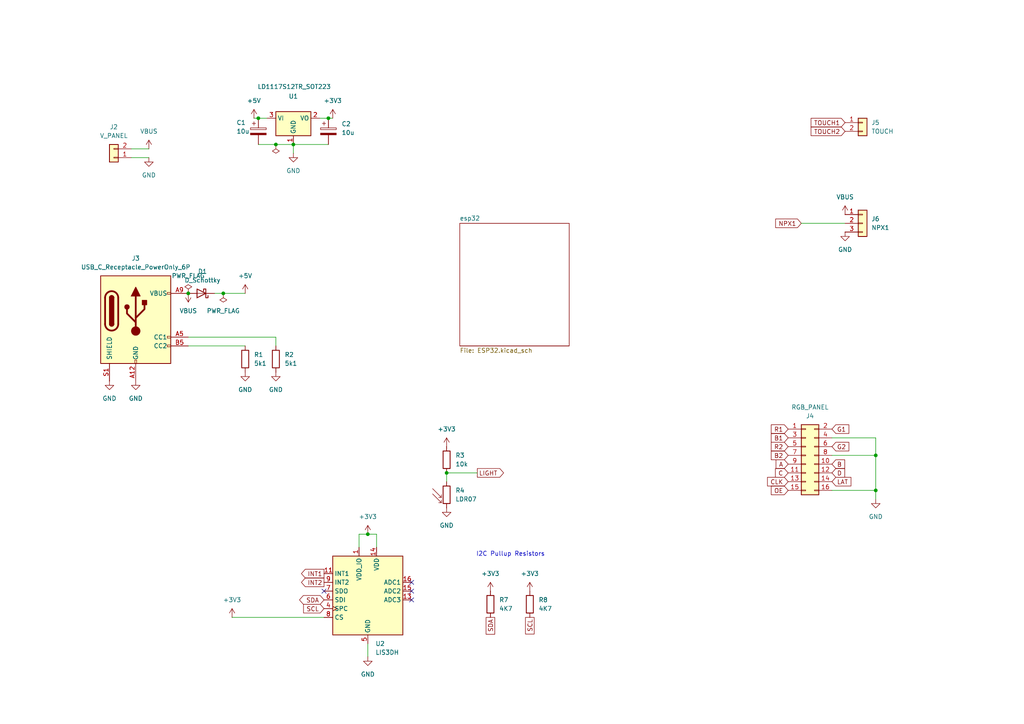
<source format=kicad_sch>
(kicad_sch (version 20231120) (generator "eeschema") (generator_version "8.0")
  (paper "A4")
  (lib_symbols
    (symbol "Connector:USB_C_Receptacle_PowerOnly_6P" (pin_names (offset 1.016))
      (property "Reference" "J" (at 0 16.51 0))
      (property "Value" "USB_C_Receptacle_PowerOnly_6P" (at 0 13.97 0))
      (symbol "USB_C_Receptacle_PowerOnly_6P_0_0"
        (rectangle (start -0.254 -12.7) (end 0.254 -11.684))
        (rectangle (start 10.16 -7.366) (end 9.144 -7.874))
        (rectangle (start 10.16 -4.826) (end 9.144 -5.334))
        (rectangle (start 10.16 7.874) (end 9.144 7.366))
      )
      (symbol "USB_C_Receptacle_PowerOnly_6P_0_1"
        (rectangle (start -10.16 12.7) (end 10.16 -12.7) (stroke (width 0.254)) (fill (type background)))
        (arc (start -8.89 -1.27) (mid -6.985 -3.1667) (end -5.08 -1.27) (stroke (width 0.508)))
        (arc (start -7.62 -1.27) (mid -6.985 -1.9023) (end -6.35 -1.27) (stroke (width 0.254)))
        (arc (start -7.62 -1.27) (mid -6.985 -1.9023) (end -6.35 -1.27) (stroke (width 0.254)) (fill (type outline)))
        (rectangle (start -7.62 -1.27) (end -6.35 6.35) (stroke (width 0.254)) (fill (type outline)))
        (arc (start -6.35 6.35) (mid -6.985 6.9823) (end -7.62 6.35) (stroke (width 0.254)))
        (arc (start -6.35 6.35) (mid -6.985 6.9823) (end -7.62 6.35) (stroke (width 0.254)) (fill (type outline)))
        (arc (start -5.08 6.35) (mid -6.985 8.2467) (end -8.89 6.35) (stroke (width 0.508)))
        (circle (center -2.54 3.683) (radius 0.635) (stroke (width 0.254)) (fill (type outline)))
        (circle (center 0 -3.302) (radius 1.27) (fill (type outline)))
        (polyline (pts (xy -8.89 -1.27) (xy -8.89 6.35)) (stroke (width 0.508)))
        (polyline (pts (xy -5.08 6.35) (xy -5.08 -1.27)) (stroke (width 0.508)))
        (polyline (pts (xy 0 -3.302) (xy 0 6.858)) (stroke (width 0.508)))
        (polyline (pts (xy 0 -0.762) (xy -2.54 1.778) (xy -2.54 3.048)) (stroke (width 0.508)))
        (polyline (pts (xy 0 0.508) (xy 2.54 3.048) (xy 2.54 4.318)) (stroke (width 0.508)))
        (polyline (pts (xy -1.27 6.858) (xy 0 9.398) (xy 1.27 6.858) (xy -1.27 6.858)) (stroke (width 0.254)) (fill (type outline)))
        (rectangle (start 1.905 4.318) (end 3.175 5.588) (stroke (width 0.254)) (fill (type outline)))
      )
      (symbol "USB_C_Receptacle_PowerOnly_6P_1_1"
        (pin passive line (at 0 -17.78 90) (length 5.08) (name "GND") (number "A12"))
        (pin bidirectional line (at 15.24 -5.08 180) (length 5.08) (name "CC1") (number "A5"))
        (pin passive line (at 15.24 7.62 180) (length 5.08) (name "VBUS") (number "A9"))
        (pin passive line (at 0 -17.78 90) (length 5.08) hide (name "GND") (number "B12"))
        (pin bidirectional line (at 15.24 -7.62 180) (length 5.08) (name "CC2") (number "B5"))
        (pin passive line (at 15.24 7.62 180) (length 5.08) hide (name "VBUS") (number "B9"))
        (pin passive line (at -7.62 -17.78 90) (length 5.08) (name "SHIELD") (number "S1"))
      )
    )
    (symbol "Connector_Generic:Conn_01x02" (pin_names (offset 1.016) hide)
      (property "Reference" "J" (at 0 2.54 0))
      (property "Value" "Conn_01x02" (at 0 -5.08 0))
      (symbol "Conn_01x02_1_1"
        (rectangle (start -1.27 -2.413) (end 0 -2.667) (stroke (width 0.1524)))
        (rectangle (start -1.27 0.127) (end 0 -0.127) (stroke (width 0.1524)))
        (rectangle (start -1.27 1.27) (end 1.27 -3.81) (stroke (width 0.254)) (fill (type background)))
        (pin passive line (at -5.08 0 0) (length 3.81) (name "Pin_1") (number "1"))
        (pin passive line (at -5.08 -2.54 0) (length 3.81) (name "Pin_2") (number "2"))
      )
    )
    (symbol "Connector_Generic:Conn_01x03" (pin_names (offset 1.016) hide)
      (property "Reference" "J" (at 0 5.08 0))
      (property "Value" "Conn_01x03" (at 0 -5.08 0))
      (symbol "Conn_01x03_1_1"
        (rectangle (start -1.27 -2.413) (end 0 -2.667) (stroke (width 0.1524)))
        (rectangle (start -1.27 0.127) (end 0 -0.127) (stroke (width 0.1524)))
        (rectangle (start -1.27 2.667) (end 0 2.413) (stroke (width 0.1524)))
        (rectangle (start -1.27 3.81) (end 1.27 -3.81) (stroke (width 0.254)) (fill (type background)))
        (pin passive line (at -5.08 2.54 0) (length 3.81) (name "Pin_1") (number "1"))
        (pin passive line (at -5.08 0 0) (length 3.81) (name "Pin_2") (number "2"))
        (pin passive line (at -5.08 -2.54 0) (length 3.81) (name "Pin_3") (number "3"))
      )
    )
    (symbol "Connector_Generic:Conn_02x08_Odd_Even" (pin_names (offset 1.016) hide)
      (property "Reference" "J" (at 1.27 10.16 0))
      (property "Value" "Conn_02x08_Odd_Even" (at 1.27 -12.7 0))
      (symbol "Conn_02x08_Odd_Even_1_1"
        (rectangle (start -1.27 -10.033) (end 0 -10.287) (stroke (width 0.1524)))
        (rectangle (start -1.27 -7.493) (end 0 -7.747) (stroke (width 0.1524)))
        (rectangle (start -1.27 -4.953) (end 0 -5.207) (stroke (width 0.1524)))
        (rectangle (start -1.27 -2.413) (end 0 -2.667) (stroke (width 0.1524)))
        (rectangle (start -1.27 0.127) (end 0 -0.127) (stroke (width 0.1524)))
        (rectangle (start -1.27 2.667) (end 0 2.413) (stroke (width 0.1524)))
        (rectangle (start -1.27 5.207) (end 0 4.953) (stroke (width 0.1524)))
        (rectangle (start -1.27 7.747) (end 0 7.493) (stroke (width 0.1524)))
        (rectangle (start -1.27 8.89) (end 3.81 -11.43) (stroke (width 0.254)) (fill (type background)))
        (rectangle (start 3.81 -10.033) (end 2.54 -10.287) (stroke (width 0.1524)))
        (rectangle (start 3.81 -7.493) (end 2.54 -7.747) (stroke (width 0.1524)))
        (rectangle (start 3.81 -4.953) (end 2.54 -5.207) (stroke (width 0.1524)))
        (rectangle (start 3.81 -2.413) (end 2.54 -2.667) (stroke (width 0.1524)))
        (rectangle (start 3.81 0.127) (end 2.54 -0.127) (stroke (width 0.1524)))
        (rectangle (start 3.81 2.667) (end 2.54 2.413) (stroke (width 0.1524)))
        (rectangle (start 3.81 5.207) (end 2.54 4.953) (stroke (width 0.1524)))
        (rectangle (start 3.81 7.747) (end 2.54 7.493) (stroke (width 0.1524)))
        (pin passive line (at -5.08 7.62 0) (length 3.81) (name "Pin_1") (number "1"))
        (pin passive line (at 7.62 -2.54 180) (length 3.81) (name "Pin_10") (number "10"))
        (pin passive line (at -5.08 -5.08 0) (length 3.81) (name "Pin_11") (number "11"))
        (pin passive line (at 7.62 -5.08 180) (length 3.81) (name "Pin_12") (number "12"))
        (pin passive line (at -5.08 -7.62 0) (length 3.81) (name "Pin_13") (number "13"))
        (pin passive line (at 7.62 -7.62 180) (length 3.81) (name "Pin_14") (number "14"))
        (pin passive line (at -5.08 -10.16 0) (length 3.81) (name "Pin_15") (number "15"))
        (pin passive line (at 7.62 -10.16 180) (length 3.81) (name "Pin_16") (number "16"))
        (pin passive line (at 7.62 7.62 180) (length 3.81) (name "Pin_2") (number "2"))
        (pin passive line (at -5.08 5.08 0) (length 3.81) (name "Pin_3") (number "3"))
        (pin passive line (at 7.62 5.08 180) (length 3.81) (name "Pin_4") (number "4"))
        (pin passive line (at -5.08 2.54 0) (length 3.81) (name "Pin_5") (number "5"))
        (pin passive line (at 7.62 2.54 180) (length 3.81) (name "Pin_6") (number "6"))
        (pin passive line (at -5.08 0 0) (length 3.81) (name "Pin_7") (number "7"))
        (pin passive line (at 7.62 0 180) (length 3.81) (name "Pin_8") (number "8"))
        (pin passive line (at -5.08 -2.54 0) (length 3.81) (name "Pin_9") (number "9"))
      )
    )
    (symbol "Device:C_Polarized" (pin_numbers hide) (pin_names (offset 0.254))
      (property "Reference" "C" (at 0.635 2.54 0))
      (property "Value" "C_Polarized" (at 0.635 -2.54 0))
      (symbol "C_Polarized_0_1"
        (rectangle (start -2.286 0.508) (end 2.286 1.016))
        (polyline (pts (xy -1.778 2.286) (xy -0.762 2.286)))
        (polyline (pts (xy -1.27 2.794) (xy -1.27 1.778)))
        (rectangle (start 2.286 -0.508) (end -2.286 -1.016) (fill (type outline)))
      )
      (symbol "C_Polarized_1_1"
        (pin passive line (at 0 3.81 270) (length 2.794) (name "~") (number "1"))
        (pin passive line (at 0 -3.81 90) (length 2.794) (name "~") (number "2"))
      )
    )
    (symbol "Device:D_Schottky" (pin_numbers hide) (pin_names (offset 1.016) hide)
      (property "Reference" "D" (at 0 2.54 0))
      (property "Value" "D_Schottky" (at 0 -2.54 0))
      (symbol "D_Schottky_0_1"
        (polyline (pts (xy 1.27 0) (xy -1.27 0)))
        (polyline (pts (xy 1.27 1.27) (xy 1.27 -1.27) (xy -1.27 0) (xy 1.27 1.27)) (stroke (width 0.254)))
        (polyline (pts (xy -1.905 0.635) (xy -1.905 1.27) (xy -1.27 1.27) (xy -1.27 -1.27) (xy -0.635 -1.27) (xy -0.635 -0.635)) (stroke (width 0.254)))
      )
      (symbol "D_Schottky_1_1"
        (pin passive line (at -3.81 0 0) (length 2.54) (name "K") (number "1"))
        (pin passive line (at 3.81 0 180) (length 2.54) (name "A") (number "2"))
      )
    )
    (symbol "Device:R" (pin_numbers hide) (pin_names (offset 0))
      (property "Reference" "R" (at 2.032 0 90))
      (property "Value" "R" (at 0 0 90))
      (symbol "R_0_1"
        (rectangle (start -1.016 -2.54) (end 1.016 2.54) (stroke (width 0.254)))
      )
      (symbol "R_1_1"
        (pin passive line (at 0 3.81 270) (length 1.27) (name "~") (number "1"))
        (pin passive line (at 0 -3.81 90) (length 1.27) (name "~") (number "2"))
      )
    )
    (symbol "Regulator_Linear:LD1117S12TR_SOT223"
      (property "Reference" "U" (at -3.81 3.175 0))
      (property "Value" "LD1117S12TR_SOT223" (at 0 3.175 0))
      (symbol "LD1117S12TR_SOT223_0_1"
        (rectangle (start -5.08 -5.08) (end 5.08 1.905) (stroke (width 0.254)) (fill (type background)))
      )
      (symbol "LD1117S12TR_SOT223_1_1"
        (pin power_in line (at 0 -7.62 90) (length 2.54) (name "GND") (number "1"))
        (pin power_out line (at 7.62 0 180) (length 2.54) (name "VO") (number "2"))
        (pin power_in line (at -7.62 0 0) (length 2.54) (name "VI") (number "3"))
      )
    )
    (symbol "Sensor_Motion:LIS3DH"
      (property "Reference" "U" (at -7.62 11.43 0))
      (property "Value" "LIS3DH" (at 6.35 11.43 0))
      (symbol "LIS3DH_0_1"
        (rectangle (start -10.16 10.16) (end 10.16 -12.7) (stroke (width 0.254)) (fill (type background)))
      )
      (symbol "LIS3DH_1_1"
        (pin power_in line (at -2.54 12.7 270) (length 2.54) (name "VDD_IO") (number "1"))
        (pin passive line (at 0 -15.24 90) (length 2.54) hide (name "GND") (number "10"))
        (pin output line (at -12.7 5.08 0) (length 2.54) (name "INT1") (number "11"))
        (pin passive line (at 0 -15.24 90) (length 2.54) hide (name "GND") (number "12"))
        (pin input line (at 12.7 -2.54 180) (length 2.54) (name "ADC3") (number "13"))
        (pin power_in line (at 2.54 12.7 270) (length 2.54) (name "VDD") (number "14"))
        (pin input line (at 12.7 0 180) (length 2.54) (name "ADC2") (number "15"))
        (pin input line (at 12.7 2.54 180) (length 2.54) (name "ADC1") (number "16"))
        (pin no_connect line (at 10.16 5.08 180) (length 2.54) hide (name "NC") (number "2"))
        (pin no_connect line (at 10.16 7.62 180) (length 2.54) hide (name "NC") (number "3"))
        (pin input clock (at -12.7 -5.08 0) (length 2.54) (name "SPC") (number "4"))
        (pin power_in line (at 0 -15.24 90) (length 2.54) (name "GND") (number "5"))
        (pin input line (at -12.7 -2.54 0) (length 2.54) (name "SDI") (number "6"))
        (pin output line (at -12.7 0 0) (length 2.54) (name "SDO") (number "7"))
        (pin input line (at -12.7 -7.62 0) (length 2.54) (name "CS") (number "8"))
        (pin output line (at -12.7 2.54 0) (length 2.54) (name "INT2") (number "9"))
      )
    )
    (symbol "Sensor_Optical:LDR07" (pin_numbers hide) (pin_names (offset 0))
      (property "Reference" "R" (at -5.08 0 90))
      (property "Value" "LDR07" (at 1.905 0 90))
      (symbol "LDR07_0_1"
        (rectangle (start -1.016 2.54) (end 1.016 -2.54) (stroke (width 0.254)))
        (polyline (pts (xy -1.524 -2.286) (xy -4.064 0.254)))
        (polyline (pts (xy -1.524 -2.286) (xy -2.286 -2.286)))
        (polyline (pts (xy -1.524 -2.286) (xy -1.524 -1.524)))
        (polyline (pts (xy -1.524 -0.762) (xy -4.064 1.778)))
        (polyline (pts (xy -1.524 -0.762) (xy -2.286 -0.762)))
        (polyline (pts (xy -1.524 -0.762) (xy -1.524 0)))
      )
      (symbol "LDR07_1_1"
        (pin passive line (at 0 3.81 270) (length 1.27) (name "~") (number "1"))
        (pin passive line (at 0 -3.81 90) (length 1.27) (name "~") (number "2"))
      )
    )
    (symbol "power:+3V3" (power) (pin_numbers hide) (pin_names (offset 0) hide)
      (property "Value" "+3V3" (at 0 3.556 0))
      (symbol "+3V3_0_1"
        (polyline (pts (xy -0.762 1.27) (xy 0 2.54)))
        (polyline (pts (xy 0 0) (xy 0 2.54)))
        (polyline (pts (xy 0 2.54) (xy 0.762 1.27)))
      )
      (symbol "+3V3_1_1"
        (pin power_in line (at 0 0 90) (length 0) (name "~") (number "1"))
      )
    )
    (symbol "power:+5V" (power) (pin_numbers hide) (pin_names (offset 0) hide)
      (property "Value" "+5V" (at 0 3.556 0))
      (symbol "+5V_0_1"
        (polyline (pts (xy -0.762 1.27) (xy 0 2.54)))
        (polyline (pts (xy 0 0) (xy 0 2.54)))
        (polyline (pts (xy 0 2.54) (xy 0.762 1.27)))
      )
      (symbol "+5V_1_1"
        (pin power_in line (at 0 0 90) (length 0) (name "~") (number "1"))
      )
    )
    (symbol "power:GND" (power) (pin_numbers hide) (pin_names (offset 0) hide)
      (property "Value" "GND" (at 0 -3.81 0))
      (symbol "GND_0_1"
        (polyline (pts (xy 0 0) (xy 0 -1.27) (xy 1.27 -1.27) (xy 0 -2.54) (xy -1.27 -1.27) (xy 0 -1.27)))
      )
      (symbol "GND_1_1"
        (pin power_in line (at 0 0 270) (length 0) (name "~") (number "1"))
      )
    )
    (symbol "power:PWR_FLAG" (power) (pin_numbers hide) (pin_names (offset 0) hide)
      (property "Value" "PWR_FLAG" (at 0 3.81 0))
      (symbol "PWR_FLAG_0_0"
        (pin power_out line (at 0 0 90) (length 0) (name "~") (number "1"))
      )
      (symbol "PWR_FLAG_0_1"
        (polyline (pts (xy 0 0) (xy 0 1.27) (xy -1.016 1.905) (xy 0 2.54) (xy 1.016 1.905) (xy 0 1.27)))
      )
    )
    (symbol "power:VBUS" (power) (pin_numbers hide) (pin_names (offset 0) hide)
      (property "Value" "VBUS" (at 0 3.556 0))
      (symbol "VBUS_0_1"
        (polyline (pts (xy -0.762 1.27) (xy 0 2.54)))
        (polyline (pts (xy 0 0) (xy 0 2.54)))
        (polyline (pts (xy 0 2.54) (xy 0.762 1.27)))
      )
      (symbol "VBUS_1_1"
        (pin power_in line (at 0 0 90) (length 0) (name "~") (number "1"))
      )
    )
  )
  (junction (at 254 142.24))
  (junction (at 85.09 41.91))
  (junction (at 129.54 137.16))
  (junction (at 254 132.08))
  (junction (at 80.01 41.91))
  (junction (at 54.61 85.09))
  (junction (at 74.93 34.29))
  (junction (at 95.25 34.29))
  (junction (at 106.68 154.94))
  (junction (at 64.77 85.09))
  (no_connect (at 119.38 173.99))
  (no_connect (at 93.98 171.45))
  (no_connect (at 119.38 168.91))
  (no_connect (at 119.38 171.45))
  (wire (pts (xy 109.22 158.75) (xy 109.22 154.94)))
  (wire (pts (xy 232.41 64.77) (xy 245.11 64.77)))
  (wire (pts (xy 106.68 186.69) (xy 106.68 190.5)))
  (wire (pts (xy 67.31 179.07) (xy 93.98 179.07)))
  (wire (pts (xy 62.23 85.09) (xy 64.77 85.09)))
  (wire (pts (xy 241.3 132.08) (xy 254 132.08)))
  (wire (pts (xy 80.01 41.91) (xy 85.09 41.91)))
  (wire (pts (xy 241.3 142.24) (xy 254 142.24)))
  (wire (pts (xy 254 127) (xy 254 132.08)))
  (wire (pts (xy 38.1 43.18) (xy 43.18 43.18)))
  (wire (pts (xy 241.3 127) (xy 254 127)))
  (wire (pts (xy 85.09 41.91) (xy 95.25 41.91)))
  (wire (pts (xy 104.14 154.94) (xy 106.68 154.94)))
  (wire (pts (xy 73.66 34.29) (xy 74.93 34.29)))
  (wire (pts (xy 74.93 41.91) (xy 80.01 41.91)))
  (wire (pts (xy 254 142.24) (xy 254 144.78)))
  (wire (pts (xy 80.01 97.79) (xy 80.01 100.33)))
  (wire (pts (xy 104.14 158.75) (xy 104.14 154.94)))
  (wire (pts (xy 38.1 45.72) (xy 43.18 45.72)))
  (wire (pts (xy 64.77 85.09) (xy 71.12 85.09)))
  (wire (pts (xy 95.25 34.29) (xy 96.52 34.29)))
  (wire (pts (xy 74.93 34.29) (xy 77.47 34.29)))
  (wire (pts (xy 54.61 97.79) (xy 80.01 97.79)))
  (wire (pts (xy 129.54 137.16) (xy 129.54 139.7)))
  (wire (pts (xy 106.68 154.94) (xy 109.22 154.94)))
  (wire (pts (xy 129.54 137.16) (xy 138.43 137.16)))
  (wire (pts (xy 92.71 34.29) (xy 95.25 34.29)))
  (wire (pts (xy 254 132.08) (xy 254 142.24)))
  (wire (pts (xy 54.61 100.33) (xy 71.12 100.33)))
  (wire (pts (xy 85.09 41.91) (xy 85.09 44.45)))
  (text "I2C Pullup Resistors" (at 148.082 160.782 0) (effects (font (size 1.27 1.27))))
  (global_label "G2" (shape input) (at 241.3 129.54 0) (property "Intersheetrefs" "${INTERSHEET_REFS}" (effects (hide yes))))
  (global_label "TOUCH2" (shape input) (at 245.11 38.1 180) (property "Intersheetrefs" "${INTERSHEET_REFS}" (effects (hide yes))))
  (global_label "INT1" (shape output) (at 93.98 166.37 180) (property "Intersheetrefs" "${INTERSHEET_REFS}" (effects (hide yes))))
  (global_label "G1" (shape input) (at 241.3 124.46 0) (property "Intersheetrefs" "${INTERSHEET_REFS}" (effects (hide yes))))
  (global_label "INT2" (shape output) (at 93.98 168.91 180) (property "Intersheetrefs" "${INTERSHEET_REFS}" (effects (hide yes))))
  (global_label "SDA" (shape bidirectional) (at 93.98 173.99 180) (property "Intersheetrefs" "${INTERSHEET_REFS}" (effects (hide yes))))
  (global_label "R2" (shape input) (at 228.6 129.54 180) (property "Intersheetrefs" "${INTERSHEET_REFS}" (effects (hide yes))))
  (global_label "LIGHT" (shape output) (at 138.43 137.16 0) (property "Intersheetrefs" "${INTERSHEET_REFS}" (effects (hide yes))))
  (global_label "SDA" (shape passive) (at 142.24 179.07 270) (property "Intersheetrefs" "${INTERSHEET_REFS}" (effects (hide yes))))
  (global_label "A" (shape input) (at 228.6 134.62 180) (property "Intersheetrefs" "${INTERSHEET_REFS}" (effects (hide yes))))
  (global_label "B1" (shape input) (at 228.6 127 180) (property "Intersheetrefs" "${INTERSHEET_REFS}" (effects (hide yes))))
  (global_label "R1" (shape input) (at 228.6 124.46 180) (property "Intersheetrefs" "${INTERSHEET_REFS}" (effects (hide yes))))
  (global_label "CLK" (shape input) (at 228.6 139.7 180) (property "Intersheetrefs" "${INTERSHEET_REFS}" (effects (hide yes))))
  (global_label "LAT" (shape input) (at 241.3 139.7 0) (property "Intersheetrefs" "${INTERSHEET_REFS}" (effects (hide yes))))
  (global_label "TOUCH1" (shape input) (at 245.11 35.56 180) (property "Intersheetrefs" "${INTERSHEET_REFS}" (effects (hide yes))))
  (global_label "NPX1" (shape input) (at 232.41 64.77 180) (property "Intersheetrefs" "${INTERSHEET_REFS}" (effects (hide yes))))
  (global_label "SCL" (shape passive) (at 153.67 179.07 270) (property "Intersheetrefs" "${INTERSHEET_REFS}" (effects (hide yes))))
  (global_label "B" (shape input) (at 241.3 134.62 0) (property "Intersheetrefs" "${INTERSHEET_REFS}" (effects (hide yes))))
  (global_label "D" (shape input) (at 241.3 137.16 0) (property "Intersheetrefs" "${INTERSHEET_REFS}" (effects (hide yes))))
  (global_label "OE" (shape input) (at 228.6 142.24 180) (property "Intersheetrefs" "${INTERSHEET_REFS}" (effects (hide yes))))
  (global_label "B2" (shape input) (at 228.6 132.08 180) (property "Intersheetrefs" "${INTERSHEET_REFS}" (effects (hide yes))))
  (global_label "C" (shape input) (at 228.6 137.16 180) (property "Intersheetrefs" "${INTERSHEET_REFS}" (effects (hide yes))))
  (global_label "SCL" (shape input) (at 93.98 176.53 180) (property "Intersheetrefs" "${INTERSHEET_REFS}" (effects (hide yes))))
  (symbol (lib_id "power:GND") (at 80.01 107.95 0) (unit 1)
    (property "Reference" "#PWR012" (effects (hide yes)))
    (property "Value" "GND" (at 80.01 113.03 0))
    (property "Description" "Power symbol creates a global label with name \"GND\" , ground" (effects (hide yes)))
  )
  (symbol (lib_id "power:PWR_FLAG") (at 64.77 85.09 0) (mirror x) (unit 1)
    (property "Reference" "#FLG01" (effects (hide yes)))
    (property "Value" "PWR_FLAG" (at 64.77 90.17 0))
    (property "Description" "Special symbol for telling ERC where power comes from" (effects (hide yes)))
  )
  (symbol (lib_id "power:VBUS") (at 43.18 43.18 0) (unit 1)
    (property "Reference" "#PWR05" (effects (hide yes)))
    (property "Value" "VBUS" (at 43.18 38.1 0))
    (property "Description" "Power symbol creates a global label with name \"VBUS\"" (effects (hide yes)))
  )
  (symbol (lib_id "power:GND") (at 254 144.78 0) (unit 1)
    (property "Reference" "#PWR021" (effects (hide yes)))
    (property "Value" "GND" (at 254 149.86 0))
    (property "Description" "Power symbol creates a global label with name \"GND\" , ground" (effects (hide yes)))
  )
  (symbol (lib_id "Device:D_Schottky") (at 58.42 85.09 180) (unit 1)
    (property "Reference" "D1" (at 58.7375 78.74 0))
    (property "Value" "D_Schottky" (at 58.7375 81.28 0))
    (property "Footprint" "Diode_SMD:D_SMA" (effects (hide yes)))
    (property "Description" "Schottky diode" (effects (hide yes)))
    (property "LCSC" "C14996" (effects (hide yes)))
  )
  (symbol (lib_id "power:GND") (at 43.18 45.72 0) (unit 1)
    (property "Reference" "#PWR07" (effects (hide yes)))
    (property "Value" "GND" (at 43.18 50.8 0))
    (property "Description" "Power symbol creates a global label with name \"GND\" , ground" (effects (hide yes)))
  )
  (symbol (lib_id "power:+3V3") (at 129.54 129.54 0) (unit 1)
    (property "Reference" "#PWR017" (effects (hide yes)))
    (property "Value" "+3V3" (at 129.54 124.46 0))
    (property "Description" "Power symbol creates a global label with name \"+3V3\"" (effects (hide yes)))
  )
  (symbol (lib_id "Sensor_Motion:LIS3DH") (at 106.68 171.45 0) (unit 1)
    (property "Reference" "U2" (at 108.8741 186.69 0) (effects (justify left)))
    (property "Value" "LIS3DH" (at 108.8741 189.23 0) (effects (justify left)))
    (property "Footprint" "Package_LGA:LGA-16_3x3mm_P0.5mm_LayoutBorder3x5y" (effects (hide yes)))
    (property "Datasheet" "https://www.st.com/resource/en/datasheet/cd00274221.pdf" (effects (hide yes)))
    (property "Description" "3-Axis Accelerometer, 2/4/8/16g range, I2C/SPI interface, LGA-16" (effects (hide yes)))
  )
  (symbol (lib_id "power:GND") (at 39.37 110.49 0) (unit 1)
    (property "Reference" "#PWR02" (effects (hide yes)))
    (property "Value" "GND" (at 39.37 115.57 0))
    (property "Description" "Power symbol creates a global label with name \"GND\" , ground" (effects (hide yes)))
  )
  (symbol (lib_id "Regulator_Linear:LD1117S12TR_SOT223") (at 85.09 34.29 0) (unit 1)
    (property "Reference" "U1" (at 85.09 27.94 0))
    (property "Value" "LD1117S12TR_SOT223" (at 85.344 25.146 0))
    (property "Footprint" "Package_TO_SOT_SMD:SOT-223-3_TabPin2" (effects (hide yes)))
    (property "Datasheet" "http://www.st.com/st-web-ui/static/active/en/resource/technical/document/datasheet/CD00000544.pdf" (effects (hide yes)))
    (property "Description" "800mA Fixed Low Drop Positive Voltage Regulator, Fixed Output 1.2V, SOT-223" (effects (hide yes)))
  )
  (symbol (lib_id "power:PWR_FLAG") (at 54.61 85.09 0) (unit 1)
    (property "Reference" "#FLG03" (effects (hide yes)))
    (property "Value" "PWR_FLAG" (at 54.61 80.01 0))
    (property "Description" "Special symbol for telling ERC where power comes from" (effects (hide yes)))
  )
  (symbol (lib_id "power:+3V3") (at 67.31 179.07 0) (unit 1)
    (property "Reference" "#PWR08" (effects (hide yes)))
    (property "Value" "+3V3" (at 67.31 173.99 0))
    (property "Description" "Power symbol creates a global label with name \"+3V3\"" (effects (hide yes)))
  )
  (symbol (lib_id "Connector_Generic:Conn_02x08_Odd_Even") (at 233.68 132.08 0) (unit 1)
    (property "Reference" "J4" (at 234.95 120.65 0))
    (property "Value" "RGB_PANEL" (at 234.95 118.11 0))
    (property "Footprint" "Connector_IDC:IDC-Header_2x08_P2.54mm_Vertical" (effects (hide yes)))
    (property "Description" "Generic connector, double row, 02x08, odd/even pin numbering scheme (row 1 odd numbers, row 2 even numbers), script generated (kicad-library-utils/schlib/autogen/connector/)" (effects (hide yes)))
  )
  (symbol (lib_id "power:GND") (at 85.09 44.45 0) (unit 1)
    (property "Reference" "#PWR013" (effects (hide yes)))
    (property "Value" "GND" (at 85.09 49.53 0))
    (property "Description" "Power symbol creates a global label with name \"GND\" , ground" (effects (hide yes)))
  )
  (symbol (lib_id "power:+3V3") (at 142.24 171.45 0) (unit 1)
    (property "Reference" "#PWR030" (effects (hide yes)))
    (property "Value" "+3V3" (at 142.24 166.37 0))
    (property "Description" "Power symbol creates a global label with name \"+3V3\"" (effects (hide yes)))
  )
  (symbol (lib_id "power:GND") (at 129.54 147.32 0) (unit 1)
    (property "Reference" "#PWR018" (effects (hide yes)))
    (property "Value" "GND" (at 129.54 152.4 0))
    (property "Description" "Power symbol creates a global label with name \"GND\" , ground" (effects (hide yes)))
  )
  (symbol (lib_id "power:GND") (at 31.75 110.49 0) (unit 1)
    (property "Reference" "#PWR01" (effects (hide yes)))
    (property "Value" "GND" (at 31.75 115.57 0))
    (property "Description" "Power symbol creates a global label with name \"GND\" , ground" (effects (hide yes)))
  )
  (symbol (lib_id "power:+5V") (at 71.12 85.09 0) (unit 1)
    (property "Reference" "#PWR09" (effects (hide yes)))
    (property "Value" "+5V" (at 71.12 80.01 0))
    (property "Description" "Power symbol creates a global label with name \"+5V\"" (effects (hide yes)))
  )
  (symbol (lib_id "Device:R") (at 71.12 104.14 0) (unit 1)
    (property "Reference" "R1" (at 73.66 102.8699 0) (effects (justify left)))
    (property "Value" "5k1" (at 73.66 105.4099 0) (effects (justify left)))
    (property "Footprint" "Resistor_SMD:R_0603_1608Metric_Pad0.98x0.95mm_HandSolder" (effects (hide yes)))
    (property "Description" "Resistor" (effects (hide yes)))
    (property "LCSC" "C23186" (effects (hide yes)))
  )
  (symbol (lib_id "Device:R") (at 80.01 104.14 0) (unit 1)
    (property "Reference" "R2" (at 82.55 102.8699 0) (effects (justify left)))
    (property "Value" "5k1" (at 82.55 105.4099 0) (effects (justify left)))
    (property "Footprint" "Resistor_SMD:R_0603_1608Metric_Pad0.98x0.95mm_HandSolder" (effects (hide yes)))
    (property "Description" "Resistor" (effects (hide yes)))
    (property "LCSC" "C23186" (effects (hide yes)))
  )
  (symbol (lib_id "power:+5V") (at 73.66 34.29 0) (unit 1)
    (property "Reference" "#PWR011" (effects (hide yes)))
    (property "Value" "+5V" (at 73.66 29.21 0))
    (property "Description" "Power symbol creates a global label with name \"+5V\"" (effects (hide yes)))
  )
  (symbol (lib_id "Device:C_Polarized") (at 95.25 38.1 0) (unit 1)
    (property "Reference" "C2" (at 99.06 35.9409 0) (effects (justify left)))
    (property "Value" "10u" (at 99.06 38.4809 0) (effects (justify left)))
    (property "Footprint" "Capacitor_SMD:C_1206_3216Metric" (effects (hide yes)))
    (property "Description" "Polarized capacitor" (effects (hide yes)))
    (property "LCSC" "C13585" (effects (hide yes)))
  )
  (symbol (lib_id "Device:C_Polarized") (at 74.93 38.1 0) (unit 1)
    (property "Reference" "C1" (at 68.58 35.56 0) (effects (justify left)))
    (property "Value" "10u" (at 68.58 38.1 0) (effects (justify left)))
    (property "Footprint" "Capacitor_SMD:C_1206_3216Metric" (effects (hide yes)))
    (property "Description" "Polarized capacitor" (effects (hide yes)))
    (property "LCSC" "C13585" (effects (hide yes)))
  )
  (symbol (lib_id "Device:R") (at 129.54 133.35 0) (unit 1)
    (property "Reference" "R3" (at 132.08 132.0799 0) (effects (justify left)))
    (property "Value" "10k" (at 132.08 134.6199 0) (effects (justify left)))
    (property "Footprint" "Resistor_SMD:R_0603_1608Metric_Pad0.98x0.95mm_HandSolder" (effects (hide yes)))
    (property "Description" "Resistor" (effects (hide yes)))
    (property "LCSC" "C25804" (effects (hide yes)))
  )
  (symbol (lib_id "power:GND") (at 71.12 107.95 0) (unit 1)
    (property "Reference" "#PWR010" (effects (hide yes)))
    (property "Value" "GND" (at 71.12 113.03 0))
    (property "Description" "Power symbol creates a global label with name \"GND\" , ground" (effects (hide yes)))
  )
  (symbol (lib_id "Connector_Generic:Conn_01x03") (at 250.19 64.77 0) (unit 1)
    (property "Reference" "J6" (at 252.73 63.4999 0) (effects (justify left)))
    (property "Value" "NPX1" (at 252.73 66.0399 0) (effects (justify left)))
    (property "Footprint" "Connector_JST:JST_PH_S3B-PH-K_1x03_P2.00mm_Horizontal" (effects (hide yes)))
    (property "Description" "Generic connector, single row, 01x03, script generated (kicad-library-utils/schlib/autogen/connector/)" (effects (hide yes)))
  )
  (symbol (lib_id "power:+3V3") (at 106.68 154.94 0) (unit 1)
    (property "Reference" "#PWR015" (effects (hide yes)))
    (property "Value" "+3V3" (at 106.68 149.86 0))
    (property "Description" "Power symbol creates a global label with name \"+3V3\"" (effects (hide yes)))
  )
  (symbol (lib_id "Connector_Generic:Conn_01x02") (at 250.19 35.56 0) (unit 1)
    (property "Reference" "J5" (at 252.73 35.5599 0) (effects (justify left)))
    (property "Value" "TOUCH" (at 252.73 38.0999 0) (effects (justify left)))
    (property "Footprint" "Connector_JST:JST_PH_S2B-PH-K_1x02_P2.00mm_Horizontal" (effects (hide yes)))
    (property "Description" "Generic connector, single row, 01x02, script generated (kicad-library-utils/schlib/autogen/connector/)" (effects (hide yes)))
  )
  (symbol (lib_id "Connector_Generic:Conn_01x02") (at 33.02 45.72 180) (unit 1)
    (property "Reference" "J2" (at 33.02 36.83 0))
    (property "Value" "V_PANEL" (at 33.02 39.37 0))
    (property "Footprint" "Connector_PinHeader_2.54mm:PinHeader_1x02_P2.54mm_Vertical" (effects (hide yes)))
    (property "Description" "Generic connector, single row, 01x02, script generated (kicad-library-utils/schlib/autogen/connector/)" (effects (hide yes)))
  )
  (symbol (lib_id "power:PWR_FLAG") (at 80.01 41.91 180) (unit 1)
    (property "Reference" "#FLG02" (effects (hide yes)))
    (property "Value" "PWR_FLAG" (effects (hide yes)))
    (property "Description" "Special symbol for telling ERC where power comes from" (effects (hide yes)))
  )
  (symbol (lib_id "power:GND") (at 245.11 67.31 0) (unit 1)
    (property "Reference" "#PWR020" (effects (hide yes)))
    (property "Value" "GND" (at 245.11 72.39 0))
    (property "Description" "Power symbol creates a global label with name \"GND\" , ground" (effects (hide yes)))
  )
  (symbol (lib_id "power:VBUS") (at 245.11 62.23 0) (unit 1)
    (property "Reference" "#PWR06" (effects (hide yes)))
    (property "Value" "VBUS" (at 245.11 57.15 0))
    (property "Description" "Power symbol creates a global label with name \"VBUS\"" (effects (hide yes)))
  )
  (symbol (lib_id "power:VBUS") (at 54.61 85.09 0) (mirror x) (unit 1)
    (property "Reference" "#PWR019" (effects (hide yes)))
    (property "Value" "VBUS" (at 54.61 90.17 0))
    (property "Description" "Power symbol creates a global label with name \"VBUS\"" (effects (hide yes)))
  )
  (symbol (lib_id "power:+3V3") (at 96.52 34.29 0) (unit 1)
    (property "Reference" "#PWR014" (effects (hide yes)))
    (property "Value" "+3V3" (at 96.52 29.21 0))
    (property "Description" "Power symbol creates a global label with name \"+3V3\"" (effects (hide yes)))
  )
  (symbol (lib_id "Connector:USB_C_Receptacle_PowerOnly_6P") (at 39.37 92.71 0) (unit 1)
    (property "Reference" "J3" (at 39.37 74.93 0))
    (property "Value" "USB_C_Receptacle_PowerOnly_6P" (at 39.37 77.47 0))
    (property "Footprint" "Connector_USB:USB_C_Receptacle_GCT_USB4125-xx-x_6P_TopMnt_Horizontal" (effects (hide yes)))
    (property "Datasheet" "https://www.usb.org/sites/default/files/documents/usb_type-c.zip" (effects (hide yes)))
    (property "Description" "USB Power-Only 6P Type-C Receptacle connector" (effects (hide yes)))
    (property "LCSC" "C2689837" (effects (hide yes)))
  )
  (symbol (lib_id "Sensor_Optical:LDR07") (at 129.54 143.51 0) (unit 1)
    (property "Reference" "R4" (at 132.08 142.2399 0) (effects (justify left)))
    (property "Value" "LDR07" (at 132.08 144.7799 0) (effects (justify left)))
    (property "Footprint" "Connector_JST:JST_PH_S2B-PH-K_1x02_P2.00mm_Horizontal" (effects (hide yes)))
    (property "Datasheet" "http://www.tme.eu/de/Document/f2e3ad76a925811312d226c31da4cd7e/LDR07.pdf" (effects (hide yes)))
    (property "Description" "light dependent resistor" (effects (hide yes)))
  )
  (symbol (lib_id "Device:R") (at 153.67 175.26 0) (unit 1)
    (property "Reference" "R8" (at 156.21 173.9899 0) (effects (justify left)))
    (property "Value" "4K7" (at 156.21 176.5299 0) (effects (justify left)))
    (property "Footprint" "Resistor_SMD:R_0603_1608Metric_Pad0.98x0.95mm_HandSolder" (effects (hide yes)))
    (property "Description" "Resistor" (effects (hide yes)))
  )
  (symbol (lib_id "Device:R") (at 142.24 175.26 0) (unit 1)
    (property "Reference" "R7" (at 144.78 173.9899 0) (effects (justify left)))
    (property "Value" "4K7" (at 144.78 176.5299 0) (effects (justify left)))
    (property "Footprint" "Resistor_SMD:R_0603_1608Metric_Pad0.98x0.95mm_HandSolder" (effects (hide yes)))
    (property "Description" "Resistor" (effects (hide yes)))
  )
  (symbol (lib_id "power:+3V3") (at 153.67 171.45 0) (unit 1)
    (property "Reference" "#PWR031" (effects (hide yes)))
    (property "Value" "+3V3" (at 153.67 166.37 0))
    (property "Description" "Power symbol creates a global label with name \"+3V3\"" (effects (hide yes)))
  )
  (symbol (lib_id "power:GND") (at 106.68 190.5 0) (unit 1)
    (property "Reference" "#PWR016" (effects (hide yes)))
    (property "Value" "GND" (at 106.68 195.58 0))
    (property "Description" "Power symbol creates a global label with name \"GND\" , ground" (effects (hide yes)))
  )
  (sheet (at 133.35 64.77) (size 31.75 35.56) (stroke (width 0.1524))
    (property "Sheetname" "esp32" (at 133.35 64.0584 0) (effects (justify left bottom)))
    (property "Sheetfile" "ESP32.kicad_sch" (at 133.35 100.9146 0) (effects (justify left top)))
  )
)
</source>
